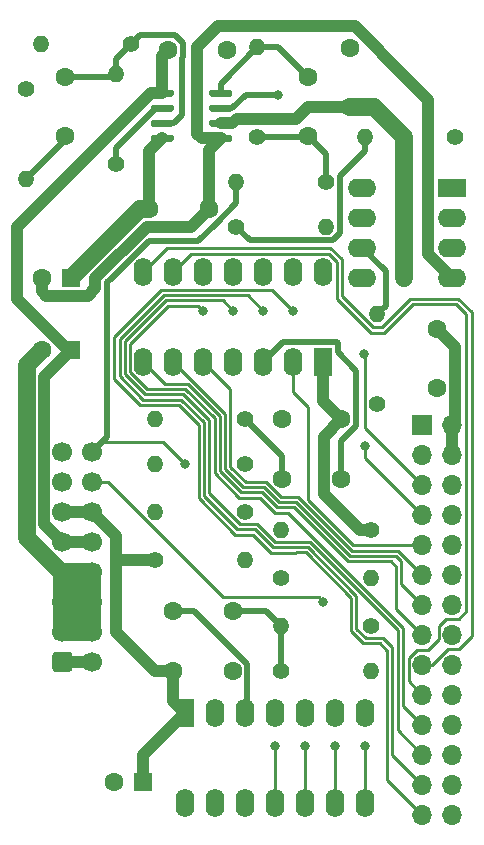
<source format=gbr>
%TF.GenerationSoftware,KiCad,Pcbnew,(5.1.10)-1*%
%TF.CreationDate,2022-02-04T18:42:06-05:00*%
%TF.ProjectId,OutputBoard,4f757470-7574-4426-9f61-72642e6b6963,rev?*%
%TF.SameCoordinates,Original*%
%TF.FileFunction,Copper,L2,Bot*%
%TF.FilePolarity,Positive*%
%FSLAX46Y46*%
G04 Gerber Fmt 4.6, Leading zero omitted, Abs format (unit mm)*
G04 Created by KiCad (PCBNEW (5.1.10)-1) date 2022-02-04 18:42:06*
%MOMM*%
%LPD*%
G01*
G04 APERTURE LIST*
%TA.AperFunction,ComponentPad*%
%ADD10O,1.600000X2.400000*%
%TD*%
%TA.AperFunction,ComponentPad*%
%ADD11R,1.600000X2.400000*%
%TD*%
%TA.AperFunction,ComponentPad*%
%ADD12R,1.600000X1.600000*%
%TD*%
%TA.AperFunction,ComponentPad*%
%ADD13C,1.600000*%
%TD*%
%TA.AperFunction,ComponentPad*%
%ADD14C,1.700000*%
%TD*%
%TA.AperFunction,ComponentPad*%
%ADD15R,1.700000X1.700000*%
%TD*%
%TA.AperFunction,ComponentPad*%
%ADD16O,1.700000X1.700000*%
%TD*%
%TA.AperFunction,ComponentPad*%
%ADD17C,1.400000*%
%TD*%
%TA.AperFunction,ComponentPad*%
%ADD18O,1.400000X1.400000*%
%TD*%
%TA.AperFunction,ComponentPad*%
%ADD19R,2.400000X1.600000*%
%TD*%
%TA.AperFunction,ComponentPad*%
%ADD20O,2.400000X1.600000*%
%TD*%
%TA.AperFunction,ViaPad*%
%ADD21C,1.500000*%
%TD*%
%TA.AperFunction,ViaPad*%
%ADD22C,0.800000*%
%TD*%
%TA.AperFunction,Conductor*%
%ADD23C,1.000000*%
%TD*%
%TA.AperFunction,Conductor*%
%ADD24C,1.500000*%
%TD*%
%TA.AperFunction,Conductor*%
%ADD25C,0.500000*%
%TD*%
%TA.AperFunction,Conductor*%
%ADD26C,0.250000*%
%TD*%
G04 APERTURE END LIST*
D10*
%TO.P,U2,14*%
%TO.N,GND*%
X72136000Y-49530000D03*
%TO.P,U2,7*%
%TO.N,LED4_1*%
X56896000Y-57150000D03*
%TO.P,U2,13*%
%TO.N,LED10_1*%
X69596000Y-49530000D03*
%TO.P,U2,6*%
%TO.N,LED3_1*%
X59436000Y-57150000D03*
%TO.P,U2,12*%
%TO.N,LED9_1*%
X67056000Y-49530000D03*
%TO.P,U2,5*%
%TO.N,LED2_1*%
X61976000Y-57150000D03*
%TO.P,U2,11*%
%TO.N,LED8_1*%
X64516000Y-49530000D03*
%TO.P,U2,4*%
%TO.N,Net-(U2-Pad4)*%
X64516000Y-57150000D03*
%TO.P,U2,10*%
%TO.N,LED7_1*%
X61976000Y-49530000D03*
%TO.P,U2,3*%
%TO.N,Net-(C4-Pad1)*%
X67056000Y-57150000D03*
%TO.P,U2,9*%
%TO.N,LED6_1*%
X59436000Y-49530000D03*
%TO.P,U2,2*%
%TO.N,LED1_1*%
X69596000Y-57150000D03*
%TO.P,U2,8*%
%TO.N,LED5_1*%
X56896000Y-49530000D03*
D11*
%TO.P,U2,1*%
%TO.N,+5V*%
X72136000Y-57150000D03*
%TD*%
%TO.P,IC1,1*%
%TO.N,Left_phone*%
%TA.AperFunction,SMDPad,CuDef*%
G36*
G01*
X64410000Y-34267000D02*
X64410000Y-34567000D01*
G75*
G02*
X64260000Y-34717000I-150000J0D01*
G01*
X62610000Y-34717000D01*
G75*
G02*
X62460000Y-34567000I0J150000D01*
G01*
X62460000Y-34267000D01*
G75*
G02*
X62610000Y-34117000I150000J0D01*
G01*
X64260000Y-34117000D01*
G75*
G02*
X64410000Y-34267000I0J-150000D01*
G01*
G37*
%TD.AperFunction*%
%TO.P,IC1,2*%
%TO.N,Net-(C8-Pad2)*%
%TA.AperFunction,SMDPad,CuDef*%
G36*
G01*
X64410000Y-35537000D02*
X64410000Y-35837000D01*
G75*
G02*
X64260000Y-35987000I-150000J0D01*
G01*
X62610000Y-35987000D01*
G75*
G02*
X62460000Y-35837000I0J150000D01*
G01*
X62460000Y-35537000D01*
G75*
G02*
X62610000Y-35387000I150000J0D01*
G01*
X64260000Y-35387000D01*
G75*
G02*
X64410000Y-35537000I0J-150000D01*
G01*
G37*
%TD.AperFunction*%
%TO.P,IC1,3*%
%TO.N,GND*%
%TA.AperFunction,SMDPad,CuDef*%
G36*
G01*
X64410000Y-36807000D02*
X64410000Y-37107000D01*
G75*
G02*
X64260000Y-37257000I-150000J0D01*
G01*
X62610000Y-37257000D01*
G75*
G02*
X62460000Y-37107000I0J150000D01*
G01*
X62460000Y-36807000D01*
G75*
G02*
X62610000Y-36657000I150000J0D01*
G01*
X64260000Y-36657000D01*
G75*
G02*
X64410000Y-36807000I0J-150000D01*
G01*
G37*
%TD.AperFunction*%
%TO.P,IC1,4*%
%TO.N,-12V*%
%TA.AperFunction,SMDPad,CuDef*%
G36*
G01*
X64410000Y-38077000D02*
X64410000Y-38377000D01*
G75*
G02*
X64260000Y-38527000I-150000J0D01*
G01*
X62610000Y-38527000D01*
G75*
G02*
X62460000Y-38377000I0J150000D01*
G01*
X62460000Y-38077000D01*
G75*
G02*
X62610000Y-37927000I150000J0D01*
G01*
X64260000Y-37927000D01*
G75*
G02*
X64410000Y-38077000I0J-150000D01*
G01*
G37*
%TD.AperFunction*%
%TO.P,IC1,5*%
%TO.N,GND*%
%TA.AperFunction,SMDPad,CuDef*%
G36*
G01*
X59460000Y-38077000D02*
X59460000Y-38377000D01*
G75*
G02*
X59310000Y-38527000I-150000J0D01*
G01*
X57660000Y-38527000D01*
G75*
G02*
X57510000Y-38377000I0J150000D01*
G01*
X57510000Y-38077000D01*
G75*
G02*
X57660000Y-37927000I150000J0D01*
G01*
X59310000Y-37927000D01*
G75*
G02*
X59460000Y-38077000I0J-150000D01*
G01*
G37*
%TD.AperFunction*%
%TO.P,IC1,6*%
%TO.N,Net-(C13-Pad1)*%
%TA.AperFunction,SMDPad,CuDef*%
G36*
G01*
X59460000Y-36807000D02*
X59460000Y-37107000D01*
G75*
G02*
X59310000Y-37257000I-150000J0D01*
G01*
X57660000Y-37257000D01*
G75*
G02*
X57510000Y-37107000I0J150000D01*
G01*
X57510000Y-36807000D01*
G75*
G02*
X57660000Y-36657000I150000J0D01*
G01*
X59310000Y-36657000D01*
G75*
G02*
X59460000Y-36807000I0J-150000D01*
G01*
G37*
%TD.AperFunction*%
%TO.P,IC1,7*%
%TO.N,Right_phone*%
%TA.AperFunction,SMDPad,CuDef*%
G36*
G01*
X59460000Y-35537000D02*
X59460000Y-35837000D01*
G75*
G02*
X59310000Y-35987000I-150000J0D01*
G01*
X57660000Y-35987000D01*
G75*
G02*
X57510000Y-35837000I0J150000D01*
G01*
X57510000Y-35537000D01*
G75*
G02*
X57660000Y-35387000I150000J0D01*
G01*
X59310000Y-35387000D01*
G75*
G02*
X59460000Y-35537000I0J-150000D01*
G01*
G37*
%TD.AperFunction*%
%TO.P,IC1,8*%
%TO.N,+12V*%
%TA.AperFunction,SMDPad,CuDef*%
G36*
G01*
X59460000Y-34267000D02*
X59460000Y-34567000D01*
G75*
G02*
X59310000Y-34717000I-150000J0D01*
G01*
X57660000Y-34717000D01*
G75*
G02*
X57510000Y-34567000I0J150000D01*
G01*
X57510000Y-34267000D01*
G75*
G02*
X57660000Y-34117000I150000J0D01*
G01*
X59310000Y-34117000D01*
G75*
G02*
X59460000Y-34267000I0J-150000D01*
G01*
G37*
%TD.AperFunction*%
%TD*%
D12*
%TO.P,C1,1*%
%TO.N,+5V*%
X56896000Y-92710000D03*
D13*
%TO.P,C1,2*%
%TO.N,GND*%
X54396000Y-92710000D03*
%TD*%
%TO.P,C2,2*%
%TO.N,GND*%
X48300000Y-56134000D03*
D12*
%TO.P,C2,1*%
%TO.N,+12V*%
X50800000Y-56134000D03*
%TD*%
%TO.P,C5,1*%
%TO.N,GND*%
X50800000Y-50038000D03*
D13*
%TO.P,C5,2*%
%TO.N,-12V*%
X48300000Y-50038000D03*
%TD*%
%TO.P,C6,2*%
%TO.N,GND*%
X64436000Y-83312000D03*
%TO.P,C6,1*%
%TO.N,+5V*%
X59436000Y-83312000D03*
%TD*%
%TO.P,C7,2*%
%TO.N,GND*%
X68660000Y-61976000D03*
%TO.P,C7,1*%
%TO.N,+5V*%
X73660000Y-61976000D03*
%TD*%
%TO.P,C8,1*%
%TO.N,Left_phone*%
X70866000Y-33020000D03*
%TO.P,C8,2*%
%TO.N,Net-(C8-Pad2)*%
X70866000Y-38020000D03*
%TD*%
%TO.P,C9,1*%
%TO.N,GND*%
X57404000Y-44196000D03*
%TO.P,C9,2*%
%TO.N,-12V*%
X62404000Y-44196000D03*
%TD*%
%TO.P,C10,2*%
%TO.N,+12V*%
X74422000Y-30560000D03*
%TO.P,C10,1*%
%TO.N,GND*%
X74422000Y-35560000D03*
%TD*%
%TO.P,C11,1*%
%TO.N,GND*%
X81788000Y-54356000D03*
%TO.P,C11,2*%
%TO.N,-12V*%
X81788000Y-59356000D03*
%TD*%
%TO.P,C12,2*%
%TO.N,+12V*%
X59008000Y-30734000D03*
%TO.P,C12,1*%
%TO.N,GND*%
X64008000Y-30734000D03*
%TD*%
%TO.P,C13,2*%
%TO.N,Right_phone*%
X50292000Y-38020000D03*
%TO.P,C13,1*%
%TO.N,Net-(C13-Pad1)*%
X50292000Y-33020000D03*
%TD*%
%TO.P,J1,1*%
%TO.N,-12V*%
%TA.AperFunction,ComponentPad*%
G36*
G01*
X49188000Y-83150000D02*
X49188000Y-81950000D01*
G75*
G02*
X49438000Y-81700000I250000J0D01*
G01*
X50638000Y-81700000D01*
G75*
G02*
X50888000Y-81950000I0J-250000D01*
G01*
X50888000Y-83150000D01*
G75*
G02*
X50638000Y-83400000I-250000J0D01*
G01*
X49438000Y-83400000D01*
G75*
G02*
X49188000Y-83150000I0J250000D01*
G01*
G37*
%TD.AperFunction*%
D14*
%TO.P,J1,3*%
%TO.N,GND*%
X50038000Y-80010000D03*
%TO.P,J1,5*%
X50038000Y-77470000D03*
%TO.P,J1,7*%
X50038000Y-74930000D03*
%TO.P,J1,9*%
%TO.N,+12V*%
X50038000Y-72390000D03*
%TO.P,J1,11*%
%TO.N,+5V*%
X50038000Y-69850000D03*
%TO.P,J1,13*%
%TO.N,Right*%
X50038000Y-67310000D03*
%TO.P,J1,15*%
%TO.N,Left*%
X50038000Y-64770000D03*
%TO.P,J1,2*%
%TO.N,-12V*%
X52578000Y-82550000D03*
%TO.P,J1,4*%
%TO.N,GND*%
X52578000Y-80010000D03*
%TO.P,J1,6*%
X52578000Y-77470000D03*
%TO.P,J1,8*%
X52578000Y-74930000D03*
%TO.P,J1,10*%
%TO.N,+12V*%
X52578000Y-72390000D03*
%TO.P,J1,12*%
%TO.N,+5V*%
X52578000Y-69850000D03*
%TO.P,J1,14*%
%TO.N,Right*%
X52578000Y-67310000D03*
%TO.P,J1,16*%
%TO.N,Left*%
X52578000Y-64770000D03*
%TD*%
D15*
%TO.P,J3,1*%
%TO.N,Right*%
X80518000Y-62484000D03*
D16*
%TO.P,J3,2*%
%TO.N,GND*%
X83058000Y-62484000D03*
%TO.P,J3,3*%
%TO.N,Left*%
X80518000Y-65024000D03*
%TO.P,J3,4*%
%TO.N,GND*%
X83058000Y-65024000D03*
%TO.P,J3,5*%
%TO.N,Right_phone*%
X80518000Y-67564000D03*
%TO.P,J3,6*%
%TO.N,Mono_Line*%
X83058000Y-67564000D03*
%TO.P,J3,7*%
%TO.N,Left_phone*%
X80518000Y-70104000D03*
%TO.P,J3,8*%
%TO.N,Mono_Line*%
X83058000Y-70104000D03*
%TO.P,J3,9*%
%TO.N,LED1_1*%
X80518000Y-72644000D03*
%TO.P,J3,10*%
%TO.N,LED1_2*%
X83058000Y-72644000D03*
%TO.P,J3,11*%
%TO.N,LED2_1*%
X80518000Y-75184000D03*
%TO.P,J3,12*%
%TO.N,LED2_2*%
X83058000Y-75184000D03*
%TO.P,J3,13*%
%TO.N,LED3_1*%
X80518000Y-77724000D03*
%TO.P,J3,14*%
%TO.N,LED3_2*%
X83058000Y-77724000D03*
%TO.P,J3,15*%
%TO.N,LED4_1*%
X80518000Y-80264000D03*
%TO.P,J3,16*%
%TO.N,LED4_2*%
X83058000Y-80264000D03*
%TO.P,J3,17*%
%TO.N,LED5_1*%
X80518000Y-82804000D03*
%TO.P,J3,18*%
%TO.N,LED5_2*%
X83058000Y-82804000D03*
%TO.P,J3,19*%
%TO.N,LED6_1*%
X80518000Y-85344000D03*
%TO.P,J3,20*%
%TO.N,LED6_2*%
X83058000Y-85344000D03*
%TO.P,J3,21*%
%TO.N,LED7_1*%
X80518000Y-87884000D03*
%TO.P,J3,22*%
%TO.N,LED7_2*%
X83058000Y-87884000D03*
%TO.P,J3,23*%
%TO.N,LED8_1*%
X80518000Y-90424000D03*
%TO.P,J3,24*%
%TO.N,LED8_2*%
X83058000Y-90424000D03*
%TO.P,J3,25*%
%TO.N,LED9_1*%
X80518000Y-92964000D03*
%TO.P,J3,26*%
%TO.N,LED9_2*%
X83058000Y-92964000D03*
%TO.P,J3,27*%
%TO.N,LED10_1*%
X80518000Y-95504000D03*
%TO.P,J3,28*%
%TO.N,LED10_2*%
X83058000Y-95504000D03*
%TD*%
D17*
%TO.P,R1,1*%
%TO.N,Right*%
X76200000Y-79502000D03*
D18*
%TO.P,R1,2*%
%TO.N,Net-(C3-Pad2)*%
X68580000Y-79502000D03*
%TD*%
%TO.P,R2,2*%
%TO.N,GND*%
X76200000Y-83312000D03*
D17*
%TO.P,R2,1*%
%TO.N,Net-(C3-Pad2)*%
X68580000Y-83312000D03*
%TD*%
%TO.P,R3,1*%
%TO.N,Left*%
X65532000Y-65786000D03*
D18*
%TO.P,R3,2*%
%TO.N,Net-(C4-Pad2)*%
X57912000Y-65786000D03*
%TD*%
%TO.P,R4,2*%
%TO.N,GND*%
X57912000Y-61976000D03*
D17*
%TO.P,R4,1*%
%TO.N,Net-(C4-Pad2)*%
X65532000Y-61976000D03*
%TD*%
%TO.P,R5,1*%
%TO.N,+5V*%
X57912000Y-73914000D03*
D18*
%TO.P,R5,2*%
%TO.N,Net-(C3-Pad1)*%
X65532000Y-73914000D03*
%TD*%
%TO.P,R6,2*%
%TO.N,GND*%
X57912000Y-69850000D03*
D17*
%TO.P,R6,1*%
%TO.N,Net-(C3-Pad1)*%
X65532000Y-69850000D03*
%TD*%
D18*
%TO.P,R7,2*%
%TO.N,Net-(C4-Pad1)*%
X68580000Y-71374000D03*
D17*
%TO.P,R7,1*%
%TO.N,+5V*%
X76200000Y-71374000D03*
%TD*%
%TO.P,R8,1*%
%TO.N,Net-(C4-Pad1)*%
X68580000Y-75438000D03*
D18*
%TO.P,R8,2*%
%TO.N,GND*%
X76200000Y-75438000D03*
%TD*%
%TO.P,R9,2*%
%TO.N,Left*%
X64770000Y-41910000D03*
D17*
%TO.P,R9,1*%
%TO.N,Net-(C8-Pad2)*%
X72390000Y-41910000D03*
%TD*%
%TO.P,R10,1*%
%TO.N,Net-(C8-Pad2)*%
X66548000Y-38100000D03*
D18*
%TO.P,R10,2*%
%TO.N,Left_phone*%
X66548000Y-30480000D03*
%TD*%
D17*
%TO.P,R11,1*%
%TO.N,Net-(R11-Pad1)*%
X64770000Y-45720000D03*
D18*
%TO.P,R11,2*%
%TO.N,Left_phone*%
X72390000Y-45720000D03*
%TD*%
%TO.P,R12,2*%
%TO.N,Right_phone*%
X46990000Y-41656000D03*
D17*
%TO.P,R12,1*%
%TO.N,Net-(R11-Pad1)*%
X46990000Y-34036000D03*
%TD*%
D18*
%TO.P,R13,2*%
%TO.N,Net-(R11-Pad1)*%
X75692000Y-38100000D03*
D17*
%TO.P,R13,1*%
%TO.N,Net-(R13-Pad1)*%
X83312000Y-38100000D03*
%TD*%
%TO.P,R14,1*%
%TO.N,Mono_Line*%
X76708000Y-60706000D03*
D18*
%TO.P,R14,2*%
%TO.N,Net-(R13-Pad1)*%
X76708000Y-53086000D03*
%TD*%
%TO.P,R15,2*%
%TO.N,Net-(C13-Pad1)*%
X54610000Y-32766000D03*
D17*
%TO.P,R15,1*%
%TO.N,Right_phone*%
X54610000Y-40386000D03*
%TD*%
%TO.P,R16,1*%
%TO.N,Net-(C13-Pad1)*%
X55880000Y-30226000D03*
D18*
%TO.P,R16,2*%
%TO.N,Right*%
X48260000Y-30226000D03*
%TD*%
D11*
%TO.P,U1,1*%
%TO.N,+5V*%
X60452000Y-86868000D03*
D10*
%TO.P,U1,8*%
%TO.N,LED5_2*%
X75692000Y-94488000D03*
%TO.P,U1,2*%
%TO.N,LED1_2*%
X62992000Y-86868000D03*
%TO.P,U1,9*%
%TO.N,LED6_2*%
X73152000Y-94488000D03*
%TO.P,U1,3*%
%TO.N,Net-(C3-Pad1)*%
X65532000Y-86868000D03*
%TO.P,U1,10*%
%TO.N,LED7_2*%
X70612000Y-94488000D03*
%TO.P,U1,4*%
%TO.N,Net-(U1-Pad4)*%
X68072000Y-86868000D03*
%TO.P,U1,11*%
%TO.N,LED8_2*%
X68072000Y-94488000D03*
%TO.P,U1,5*%
%TO.N,LED2_2*%
X70612000Y-86868000D03*
%TO.P,U1,12*%
%TO.N,LED9_2*%
X65532000Y-94488000D03*
%TO.P,U1,6*%
%TO.N,LED3_2*%
X73152000Y-86868000D03*
%TO.P,U1,13*%
%TO.N,LED10_2*%
X62992000Y-94488000D03*
%TO.P,U1,7*%
%TO.N,LED4_2*%
X75692000Y-86868000D03*
%TO.P,U1,14*%
%TO.N,GND*%
X60452000Y-94488000D03*
%TD*%
D19*
%TO.P,U3,1*%
%TO.N,Net-(U3-Pad1)*%
X83058000Y-42418000D03*
D20*
%TO.P,U3,5*%
%TO.N,Net-(U3-Pad5)*%
X75438000Y-50038000D03*
%TO.P,U3,2*%
%TO.N,Net-(R11-Pad1)*%
X83058000Y-44958000D03*
%TO.P,U3,6*%
%TO.N,Net-(R13-Pad1)*%
X75438000Y-47498000D03*
%TO.P,U3,3*%
%TO.N,GND*%
X83058000Y-47498000D03*
%TO.P,U3,7*%
%TO.N,+12V*%
X75438000Y-44958000D03*
%TO.P,U3,4*%
%TO.N,-12V*%
X83058000Y-50038000D03*
%TO.P,U3,8*%
%TO.N,Net-(U3-Pad8)*%
X75438000Y-42418000D03*
%TD*%
D13*
%TO.P,C3,2*%
%TO.N,Net-(C3-Pad2)*%
X64436000Y-78232000D03*
%TO.P,C3,1*%
%TO.N,Net-(C3-Pad1)*%
X59436000Y-78232000D03*
%TD*%
%TO.P,C4,1*%
%TO.N,Net-(C4-Pad1)*%
X73660000Y-67056000D03*
%TO.P,C4,2*%
%TO.N,Net-(C4-Pad2)*%
X68660000Y-67056000D03*
%TD*%
D21*
%TO.N,GND*%
X78994000Y-50038000D03*
X78994000Y-47371000D03*
D22*
%TO.N,Left_phone*%
X75682999Y-64252999D03*
%TO.N,Net-(C8-Pad2)*%
X68326000Y-34544000D03*
%TO.N,Right_phone*%
X75565000Y-56515000D03*
%TO.N,Right*%
X72136000Y-77470000D03*
%TO.N,Left*%
X60452000Y-65786000D03*
%TO.N,LED5_2*%
X75692000Y-89662000D03*
%TO.N,LED6_2*%
X73152000Y-89662000D03*
%TO.N,LED7_1*%
X61976000Y-52832000D03*
%TO.N,LED7_2*%
X70612000Y-89662000D03*
%TO.N,LED8_1*%
X64516000Y-52832000D03*
%TO.N,LED8_2*%
X68072000Y-89662000D03*
%TO.N,LED9_1*%
X67056000Y-52832000D03*
%TO.N,LED10_1*%
X69596000Y-52832000D03*
%TD*%
D23*
%TO.N,+5V*%
X56896000Y-90424000D02*
X60452000Y-86868000D01*
X56896000Y-92710000D02*
X56896000Y-90424000D01*
X59436000Y-85852000D02*
X60452000Y-86868000D01*
X59436000Y-83312000D02*
X59436000Y-85852000D01*
X59436000Y-83312000D02*
X57912000Y-83312000D01*
X57912000Y-83312000D02*
X54610000Y-80010000D01*
X54610000Y-71882000D02*
X52578000Y-69850000D01*
X54864000Y-73914000D02*
X54610000Y-73660000D01*
X57912000Y-73914000D02*
X54864000Y-73914000D01*
X54610000Y-73660000D02*
X54610000Y-71882000D01*
X54610000Y-80010000D02*
X54610000Y-73660000D01*
X50038000Y-69850000D02*
X52578000Y-69850000D01*
X72136000Y-60452000D02*
X73660000Y-61976000D01*
X72136000Y-57150000D02*
X72136000Y-60452000D01*
X72159999Y-63476001D02*
X73660000Y-61976000D01*
X72159999Y-68323948D02*
X72159999Y-63476001D01*
X75210051Y-71374000D02*
X72159999Y-68323948D01*
X76200000Y-71374000D02*
X75210051Y-71374000D01*
D24*
%TO.N,GND*%
X52578000Y-74930000D02*
X50038000Y-74930000D01*
X50038000Y-80010000D02*
X50038000Y-74930000D01*
X50038000Y-80010000D02*
X52578000Y-77470000D01*
X52578000Y-74930000D02*
X52578000Y-80010000D01*
X52578000Y-80010000D02*
X50038000Y-77470000D01*
X50038000Y-80010000D02*
X52578000Y-80010000D01*
X52578000Y-74930000D02*
X50038000Y-77470000D01*
X52578000Y-77470000D02*
X50038000Y-74930000D01*
X50038000Y-77470000D02*
X52578000Y-77470000D01*
X56642000Y-44196000D02*
X57404000Y-44196000D01*
X50800000Y-50038000D02*
X56642000Y-44196000D01*
X49913998Y-74930000D02*
X50038000Y-74930000D01*
X47037989Y-72053991D02*
X49913998Y-74930000D01*
X47037989Y-57396011D02*
X47037989Y-72053991D01*
X48300000Y-56134000D02*
X47037989Y-57396011D01*
D23*
X57404000Y-39308000D02*
X58485000Y-38227000D01*
X57404000Y-44196000D02*
X57404000Y-39308000D01*
X64410000Y-36957000D02*
X64791000Y-36576000D01*
X63435000Y-36957000D02*
X64410000Y-36957000D01*
X64791000Y-36576000D02*
X69850000Y-36576000D01*
X70866000Y-35560000D02*
X74422000Y-35560000D01*
X69850000Y-36576000D02*
X70866000Y-35560000D01*
X83288001Y-55856001D02*
X81788000Y-54356000D01*
X83288001Y-62253999D02*
X83288001Y-55856001D01*
X83058000Y-62484000D02*
X83288001Y-62253999D01*
X83058000Y-65024000D02*
X83058000Y-62484000D01*
D24*
X74422000Y-35560000D02*
X76454000Y-35560000D01*
X76454000Y-35560000D02*
X78994000Y-38100000D01*
X78994000Y-38100000D02*
X78994000Y-47371000D01*
X78994000Y-50038000D02*
X78994000Y-50038000D01*
X78994000Y-47371000D02*
X78994000Y-50038000D01*
X78994000Y-47371000D02*
X78994000Y-47371000D01*
D23*
%TO.N,+12V*%
X52578000Y-72390000D02*
X50038000Y-72390000D01*
X58485000Y-31257000D02*
X59008000Y-30734000D01*
X58485000Y-34417000D02*
X58485000Y-31257000D01*
X50800000Y-56134000D02*
X50546000Y-56134000D01*
X46228000Y-45699000D02*
X57510000Y-34417000D01*
X57510000Y-34417000D02*
X58485000Y-34417000D01*
X46228000Y-51816000D02*
X46228000Y-45699000D01*
X50546000Y-56134000D02*
X46228000Y-51816000D01*
X48487999Y-58446001D02*
X50800000Y-56134000D01*
X48487999Y-70839999D02*
X48487999Y-58446001D01*
X50038000Y-72390000D02*
X48487999Y-70839999D01*
D25*
%TO.N,Net-(C3-Pad1)*%
X61206002Y-78232000D02*
X59436000Y-78232000D01*
X65686001Y-82711999D02*
X61206002Y-78232000D01*
X65686001Y-86713999D02*
X65686001Y-82711999D01*
X65532000Y-86868000D02*
X65686001Y-86713999D01*
X61206002Y-78232000D02*
X61214000Y-78232000D01*
%TO.N,Net-(C3-Pad2)*%
X68580000Y-83312000D02*
X68580000Y-79502000D01*
X67310000Y-78232000D02*
X68580000Y-79502000D01*
X64436000Y-78232000D02*
X67310000Y-78232000D01*
%TO.N,Net-(C4-Pad1)*%
X73386001Y-55589999D02*
X73296001Y-55499999D01*
X73386001Y-56356003D02*
X73386001Y-55589999D01*
X74930000Y-57900002D02*
X73386001Y-56356003D01*
X74930000Y-62556002D02*
X74930000Y-57900002D01*
X68706001Y-55499999D02*
X67056000Y-57150000D01*
X73296001Y-55499999D02*
X68706001Y-55499999D01*
X73660000Y-63826002D02*
X74930000Y-62556002D01*
X73660000Y-67056000D02*
X73660000Y-63826002D01*
%TO.N,Net-(C4-Pad2)*%
X68660000Y-65104000D02*
X65532000Y-61976000D01*
X68660000Y-67056000D02*
X68660000Y-65104000D01*
D23*
%TO.N,-12V*%
X52578000Y-82550000D02*
X50038000Y-82550000D01*
X62165000Y-43957000D02*
X62404000Y-44196000D01*
X63435000Y-38227000D02*
X62484000Y-39178000D01*
X62484000Y-44116000D02*
X62404000Y-44196000D01*
X63435000Y-38227000D02*
X61849000Y-38227000D01*
X61849000Y-38227000D02*
X61468000Y-37846000D01*
X61468000Y-37846000D02*
X61468000Y-30480000D01*
X61468000Y-30480000D02*
X63246000Y-28702000D01*
X74784002Y-28702000D02*
X79248000Y-33165998D01*
X63246000Y-28702000D02*
X74784002Y-28702000D01*
X62484000Y-42164000D02*
X62484000Y-44116000D01*
X62484000Y-39178000D02*
X62484000Y-42164000D01*
X57218702Y-45696001D02*
X60903999Y-45696001D01*
X52832000Y-50082703D02*
X57218702Y-45696001D01*
X52832000Y-50866002D02*
X52832000Y-50082703D01*
X52160001Y-51538001D02*
X52832000Y-50866002D01*
X48668631Y-51538001D02*
X52160001Y-51538001D01*
X60903999Y-45696001D02*
X62404000Y-44196000D01*
X48300000Y-51169370D02*
X48668631Y-51538001D01*
X48300000Y-50038000D02*
X48300000Y-51169370D01*
X83058000Y-50038000D02*
X81026000Y-48006000D01*
X81026000Y-34943998D02*
X79248000Y-33165998D01*
X81026000Y-48006000D02*
X81026000Y-34943998D01*
D25*
%TO.N,Left_phone*%
X63435000Y-33593000D02*
X66548000Y-30480000D01*
X63435000Y-34417000D02*
X63435000Y-33593000D01*
X68326000Y-30480000D02*
X70866000Y-33020000D01*
X66548000Y-30480000D02*
X68326000Y-30480000D01*
D26*
X75682999Y-65268999D02*
X80518000Y-70104000D01*
X75682999Y-64252999D02*
X75682999Y-65268999D01*
D25*
%TO.N,Net-(C8-Pad2)*%
X64135000Y-35687000D02*
X63435000Y-35687000D01*
X70786000Y-38100000D02*
X70866000Y-38020000D01*
X66548000Y-38100000D02*
X70786000Y-38100000D01*
X72390000Y-39544000D02*
X70866000Y-38020000D01*
X72390000Y-41910000D02*
X72390000Y-39544000D01*
X64410000Y-35687000D02*
X65553000Y-34544000D01*
X63435000Y-35687000D02*
X64410000Y-35687000D01*
X65553000Y-34544000D02*
X68326000Y-34544000D01*
X68326000Y-34544000D02*
X68326000Y-34544000D01*
%TO.N,Right_phone*%
X50292000Y-38354000D02*
X50292000Y-38020000D01*
X46990000Y-41656000D02*
X50292000Y-38354000D01*
X57931456Y-35687000D02*
X58485000Y-35687000D01*
X54610000Y-39008456D02*
X57931456Y-35687000D01*
X54610000Y-40386000D02*
X54610000Y-39008456D01*
D26*
X75682999Y-62728999D02*
X75682999Y-56632999D01*
X75682999Y-56632999D02*
X75565000Y-56515000D01*
X80518000Y-67564000D02*
X75682999Y-62728999D01*
D25*
%TO.N,Net-(C13-Pad1)*%
X54610000Y-31496000D02*
X55880000Y-30226000D01*
X54610000Y-32766000D02*
X54610000Y-31496000D01*
X54356000Y-33020000D02*
X54610000Y-32766000D01*
X50292000Y-33020000D02*
X54356000Y-33020000D01*
X59460000Y-36957000D02*
X60198000Y-36219000D01*
X58485000Y-36957000D02*
X59460000Y-36957000D01*
X56622001Y-29483999D02*
X55880000Y-30226000D01*
X59608001Y-29483999D02*
X56622001Y-29483999D01*
X60258001Y-30133999D02*
X59608001Y-29483999D01*
X60258001Y-31334001D02*
X60258001Y-30133999D01*
X60198000Y-31394002D02*
X60258001Y-31334001D01*
X60198000Y-36219000D02*
X60198000Y-31394002D01*
D26*
%TO.N,Right*%
X53854998Y-67310000D02*
X52578000Y-67310000D01*
X63614999Y-77070001D02*
X53854998Y-67310000D01*
X71736001Y-77070001D02*
X63614999Y-77070001D01*
X72136000Y-77470000D02*
X71736001Y-77070001D01*
D25*
%TO.N,Left*%
X64770000Y-43680002D02*
X64770000Y-41910000D01*
X63004001Y-45446001D02*
X64770000Y-43680002D01*
D26*
X53427999Y-63920001D02*
X58586001Y-63920001D01*
X52578000Y-64770000D02*
X53427999Y-63920001D01*
X58586001Y-63920001D02*
X60452000Y-65786000D01*
X60452000Y-65786000D02*
X60452000Y-65786000D01*
D25*
X63004001Y-45446001D02*
X63004001Y-45453999D01*
X57335230Y-46922990D02*
X57082110Y-47176110D01*
X61535010Y-46922990D02*
X57335230Y-46922990D01*
X63004001Y-45453999D02*
X61535010Y-46922990D01*
X52578000Y-64770000D02*
X53845953Y-63502047D01*
X53845953Y-50412265D02*
X54161109Y-50097109D01*
X53845953Y-63502047D02*
X53845953Y-50412265D01*
X57082110Y-47176110D02*
X54161109Y-50097109D01*
D26*
%TO.N,LED1_1*%
X69596000Y-57150000D02*
X69596000Y-59690000D01*
X69596000Y-59690000D02*
X70866000Y-60960000D01*
X70866000Y-60960000D02*
X70866000Y-68834000D01*
X74676000Y-72644000D02*
X80518000Y-72644000D01*
X70866000Y-68834000D02*
X74676000Y-72644000D01*
%TO.N,LED2_1*%
X69975590Y-68580000D02*
X74547590Y-73152000D01*
X78486000Y-73152000D02*
X80518000Y-75184000D01*
X74547590Y-73152000D02*
X78486000Y-73152000D01*
X69975590Y-68580000D02*
X68580000Y-68580000D01*
X68580000Y-68580000D02*
X67310000Y-67310000D01*
X65538998Y-67310000D02*
X64262000Y-66033002D01*
X67310000Y-67310000D02*
X65538998Y-67310000D01*
X64262000Y-59436000D02*
X61976000Y-57150000D01*
X64262000Y-66033002D02*
X64262000Y-59436000D01*
%TO.N,LED3_1*%
X65352598Y-67760010D02*
X67123600Y-67760010D01*
X67123600Y-67760010D02*
X68393600Y-69030010D01*
X68393600Y-69030010D02*
X69789190Y-69030010D01*
X69789190Y-69030010D02*
X74361190Y-73602010D01*
X74361190Y-73602010D02*
X78299600Y-73602010D01*
X78299600Y-73602010D02*
X78740000Y-74042410D01*
X78740000Y-75946000D02*
X80518000Y-77724000D01*
X78740000Y-74042410D02*
X78740000Y-75946000D01*
X63811990Y-66219402D02*
X64074294Y-66481706D01*
X63811990Y-61525990D02*
X63811990Y-66219402D01*
X59436000Y-57150000D02*
X63811990Y-61525990D01*
X64074294Y-66481706D02*
X65352598Y-67760010D01*
%TO.N,LED4_1*%
X77862020Y-74052020D02*
X78289990Y-74479990D01*
X74174790Y-74052020D02*
X77862020Y-74052020D01*
X68207200Y-69480020D02*
X69602790Y-69480020D01*
X66937200Y-68210020D02*
X68207200Y-69480020D01*
X65166198Y-68210020D02*
X66937200Y-68210020D01*
X63361981Y-66405803D02*
X65166198Y-68210020D01*
X69602790Y-69480020D02*
X74174790Y-74052020D01*
X63361980Y-61712390D02*
X63361981Y-66405803D01*
X78289990Y-74479990D02*
X78289990Y-78035990D01*
X60641795Y-58992205D02*
X63361980Y-61712390D01*
X78289990Y-78035990D02*
X80518000Y-80264000D01*
X58738205Y-58992205D02*
X60641795Y-58992205D01*
X56896000Y-57150000D02*
X58738205Y-58992205D01*
%TO.N,LED5_1*%
X58928000Y-47498000D02*
X56896000Y-49530000D01*
X72731414Y-47498000D02*
X58928000Y-47498000D01*
X73711020Y-48477606D02*
X72731414Y-47498000D01*
X73711020Y-51359020D02*
X73711020Y-51606022D01*
X73711020Y-51359020D02*
X73711020Y-48477606D01*
X76330499Y-54225501D02*
X77085501Y-54225501D01*
X73711020Y-51606022D02*
X76330499Y-54225501D01*
X77085501Y-54225501D02*
X79495002Y-51816000D01*
X79495002Y-51816000D02*
X83566000Y-51816000D01*
X81318998Y-82804000D02*
X80518000Y-82804000D01*
X82683997Y-81439001D02*
X81318998Y-82804000D01*
X83622001Y-81439001D02*
X82683997Y-81439001D01*
X84683011Y-80377991D02*
X83622001Y-81439001D01*
X84683011Y-52933011D02*
X84683011Y-80377991D01*
X83566000Y-51816000D02*
X84683011Y-52933011D01*
%TO.N,LED5_2*%
X75692000Y-94488000D02*
X75692000Y-89662000D01*
%TO.N,LED6_1*%
X73261011Y-51792423D02*
X73261011Y-51706990D01*
X80518000Y-85344000D02*
X79342999Y-84168999D01*
X80048998Y-81534000D02*
X80987002Y-81534000D01*
X79342999Y-84168999D02*
X79342999Y-82239999D01*
X84233001Y-78288001D02*
X84233001Y-60135999D01*
X81882999Y-79510001D02*
X82493999Y-78899001D01*
X79342999Y-82239999D02*
X80048998Y-81534000D01*
X81882999Y-80638003D02*
X81882999Y-79510001D01*
X80987002Y-81534000D02*
X81882999Y-80638003D01*
X82493999Y-78899001D02*
X83622001Y-78899001D01*
X83622001Y-78899001D02*
X84233001Y-78288001D01*
X60961010Y-48004990D02*
X59436000Y-49530000D01*
X72601994Y-48004990D02*
X60961010Y-48004990D01*
X73261010Y-48664006D02*
X72601994Y-48004990D01*
X73261011Y-51792423D02*
X73261010Y-48664006D01*
X76144099Y-54675511D02*
X77271902Y-54675510D01*
X76012294Y-54543706D02*
X76144099Y-54675511D01*
X76012294Y-54543706D02*
X73261011Y-51792423D01*
X77271902Y-54675510D02*
X79681402Y-52266010D01*
X79681402Y-52266010D02*
X83379600Y-52266010D01*
X84233001Y-53180999D02*
X84233001Y-60135999D01*
X84233001Y-53119411D02*
X83628795Y-52515205D01*
X84233001Y-53180999D02*
X84233001Y-53119411D01*
X83379600Y-52266010D02*
X83628795Y-52515205D01*
%TO.N,LED6_2*%
X73152000Y-94488000D02*
X73152000Y-89662000D01*
%TO.N,LED7_1*%
X60455395Y-59442215D02*
X62911971Y-61898791D01*
X78892990Y-79647992D02*
X78892990Y-86258990D01*
X78892990Y-86258990D02*
X80518000Y-87884000D01*
X55770990Y-56284006D02*
X55770990Y-58015994D01*
X62911971Y-61898791D02*
X62911972Y-66592204D01*
X55770990Y-58015994D02*
X57197211Y-59442215D01*
X57197211Y-59442215D02*
X60455395Y-59442215D01*
X62911972Y-66592204D02*
X64979798Y-68660030D01*
X69175028Y-69930030D02*
X78892990Y-79647992D01*
X64979798Y-68660030D02*
X66750800Y-68660030D01*
X66750800Y-68660030D02*
X68020800Y-69930030D01*
X68020800Y-69930030D02*
X69175028Y-69930030D01*
X55770990Y-56284006D02*
X55770990Y-55612240D01*
X55770990Y-55612240D02*
X58978190Y-52405040D01*
X58978190Y-52405040D02*
X61549040Y-52405040D01*
X61549040Y-52405040D02*
X61976000Y-52832000D01*
X61976000Y-52832000D02*
X61976000Y-52832000D01*
%TO.N,LED7_2*%
X70612000Y-94488000D02*
X70612000Y-89662000D01*
%TO.N,LED8_1*%
X63639030Y-51955030D02*
X64516000Y-52832000D01*
X58791790Y-51955030D02*
X63639030Y-51955030D01*
X55320980Y-55425840D02*
X58791790Y-51955030D01*
X55320981Y-58202395D02*
X55320980Y-55425840D01*
X80518000Y-90424000D02*
X78442980Y-88348980D01*
X65039999Y-70875001D02*
X62461962Y-68296964D01*
X57010811Y-59892225D02*
X55320981Y-58202395D01*
X78442980Y-79834392D02*
X70998588Y-72390000D01*
X69078999Y-72399001D02*
X68062999Y-72399001D01*
X70998588Y-72390000D02*
X69088000Y-72390000D01*
X69088000Y-72390000D02*
X69078999Y-72399001D01*
X68062999Y-72399001D02*
X66538999Y-70875001D01*
X78442980Y-88348980D02*
X78442980Y-79834392D01*
X66538999Y-70875001D02*
X65039999Y-70875001D01*
X62461962Y-68296964D02*
X62461962Y-62085192D01*
X62461962Y-62085192D02*
X60268995Y-59892225D01*
X60268995Y-59892225D02*
X57010811Y-59892225D01*
%TO.N,LED8_2*%
X68072000Y-94488000D02*
X68072000Y-89662000D01*
%TO.N,LED9_1*%
X65729020Y-51505020D02*
X67056000Y-52832000D01*
X54870971Y-55239439D02*
X58605390Y-51505020D01*
X56824411Y-60342235D02*
X54870972Y-58388796D01*
X60082595Y-60342235D02*
X56824411Y-60342235D01*
X62011952Y-62271592D02*
X60082595Y-60342235D01*
X62011953Y-68483365D02*
X62011952Y-62271592D01*
X80518000Y-92964000D02*
X77978000Y-90424000D01*
X74930000Y-76962000D02*
X70808010Y-72840010D01*
X54870972Y-58388796D02*
X54870971Y-55239439D01*
X77206999Y-80527001D02*
X75707999Y-80527001D01*
X74930000Y-79749002D02*
X74930000Y-76962000D01*
X64853599Y-71325011D02*
X62011953Y-68483365D01*
X77978000Y-81298002D02*
X77206999Y-80527001D01*
X70808010Y-72840010D02*
X69653990Y-72840010D01*
X58605390Y-51505020D02*
X65729020Y-51505020D01*
X75707999Y-80527001D02*
X74930000Y-79749002D01*
X77978000Y-90424000D02*
X77978000Y-81298002D01*
X69653990Y-72840010D02*
X69644989Y-72849011D01*
X66352599Y-71325011D02*
X64853599Y-71325011D01*
X69644989Y-72849011D02*
X67876599Y-72849011D01*
X67876599Y-72849011D02*
X66352599Y-71325011D01*
%TO.N,LED10_1*%
X67819010Y-51055010D02*
X69596000Y-52832000D01*
X58418990Y-51055010D02*
X67819010Y-51055010D01*
X54420962Y-55053038D02*
X58418990Y-51055010D01*
X54420963Y-58575195D02*
X54420962Y-55053038D01*
X56638010Y-60792244D02*
X54420963Y-58575195D01*
X59896195Y-60792245D02*
X56638010Y-60792244D01*
X61561944Y-68669764D02*
X61561944Y-62457994D01*
X80518000Y-95504000D02*
X77527990Y-92513990D01*
X69840390Y-73290020D02*
X69831389Y-73299021D01*
X77527990Y-81591990D02*
X76913011Y-80977011D01*
X69831389Y-73299021D02*
X67690198Y-73299020D01*
X67690198Y-73299020D02*
X66166199Y-71775021D01*
X61561944Y-62457994D02*
X59896195Y-60792245D01*
X75521598Y-80977010D02*
X74479990Y-79935402D01*
X77527990Y-92513990D02*
X77527990Y-81591990D01*
X74479990Y-79935402D02*
X74479990Y-77148400D01*
X66166199Y-71775021D02*
X64667198Y-71775020D01*
X76913011Y-80977011D02*
X75521598Y-80977010D01*
X74479990Y-77148400D02*
X70621610Y-73290020D01*
X70621610Y-73290020D02*
X69840390Y-73290020D01*
X64667198Y-71775020D02*
X61561944Y-68669764D01*
D25*
%TO.N,Net-(R11-Pad1)*%
X75692000Y-39292000D02*
X75692000Y-38100000D01*
X73540001Y-41443999D02*
X75692000Y-39292000D01*
X73540001Y-46272001D02*
X73540001Y-41443999D01*
X72942001Y-46870001D02*
X73540001Y-46272001D01*
X65920001Y-46870001D02*
X72942001Y-46870001D01*
X64770000Y-45720000D02*
X65920001Y-46870001D01*
%TO.N,Net-(R13-Pad1)*%
X77407999Y-49467999D02*
X75438000Y-47498000D01*
X77407999Y-52386001D02*
X77407999Y-49467999D01*
X76708000Y-53086000D02*
X77407999Y-52386001D01*
%TD*%
M02*

</source>
